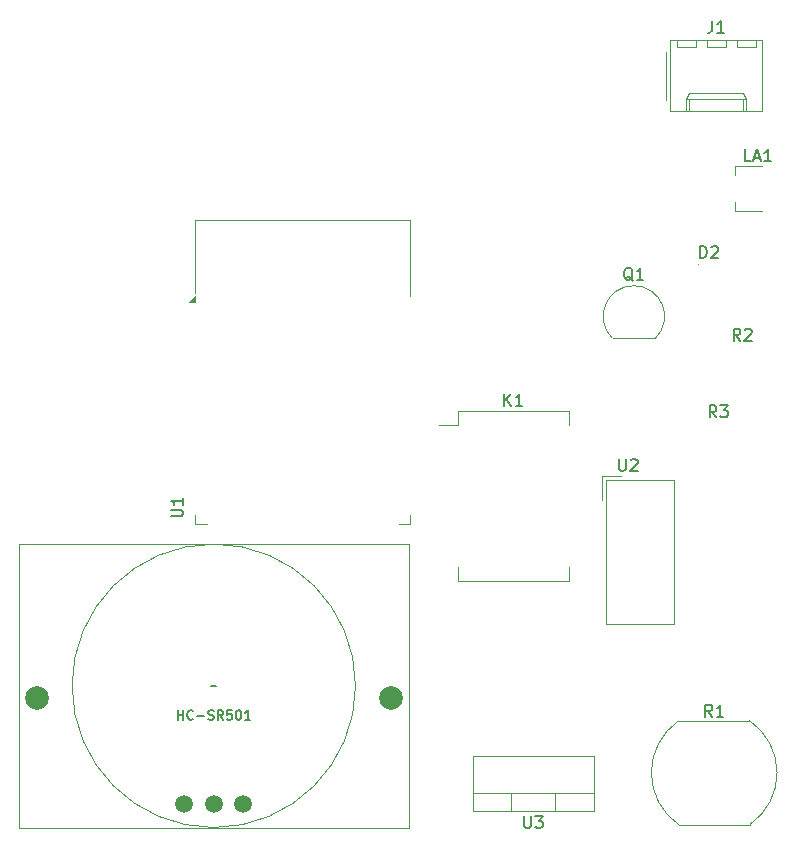
<source format=gbr>
%TF.GenerationSoftware,KiCad,Pcbnew,9.0.0*%
%TF.CreationDate,2025-04-02T21:20:57+05:30*%
%TF.ProjectId,Smart_Energy_Saving_System,536d6172-745f-4456-9e65-7267795f5361,rev?*%
%TF.SameCoordinates,Original*%
%TF.FileFunction,Legend,Top*%
%TF.FilePolarity,Positive*%
%FSLAX46Y46*%
G04 Gerber Fmt 4.6, Leading zero omitted, Abs format (unit mm)*
G04 Created by KiCad (PCBNEW 9.0.0) date 2025-04-02 21:20:57*
%MOMM*%
%LPD*%
G01*
G04 APERTURE LIST*
%ADD10C,0.150000*%
%ADD11C,0.200000*%
%ADD12C,0.120000*%
%ADD13C,0.100000*%
%ADD14C,0.010000*%
%ADD15C,2.000000*%
%ADD16C,1.500000*%
G04 APERTURE END LIST*
D10*
X126794819Y-87791904D02*
X127604342Y-87791904D01*
X127604342Y-87791904D02*
X127699580Y-87744285D01*
X127699580Y-87744285D02*
X127747200Y-87696666D01*
X127747200Y-87696666D02*
X127794819Y-87601428D01*
X127794819Y-87601428D02*
X127794819Y-87410952D01*
X127794819Y-87410952D02*
X127747200Y-87315714D01*
X127747200Y-87315714D02*
X127699580Y-87268095D01*
X127699580Y-87268095D02*
X127604342Y-87220476D01*
X127604342Y-87220476D02*
X126794819Y-87220476D01*
X127794819Y-86220476D02*
X127794819Y-86791904D01*
X127794819Y-86506190D02*
X126794819Y-86506190D01*
X126794819Y-86506190D02*
X126937676Y-86601428D01*
X126937676Y-86601428D02*
X127032914Y-86696666D01*
X127032914Y-86696666D02*
X127080533Y-86791904D01*
X164738095Y-82954819D02*
X164738095Y-83764342D01*
X164738095Y-83764342D02*
X164785714Y-83859580D01*
X164785714Y-83859580D02*
X164833333Y-83907200D01*
X164833333Y-83907200D02*
X164928571Y-83954819D01*
X164928571Y-83954819D02*
X165119047Y-83954819D01*
X165119047Y-83954819D02*
X165214285Y-83907200D01*
X165214285Y-83907200D02*
X165261904Y-83859580D01*
X165261904Y-83859580D02*
X165309523Y-83764342D01*
X165309523Y-83764342D02*
X165309523Y-82954819D01*
X165738095Y-83050057D02*
X165785714Y-83002438D01*
X165785714Y-83002438D02*
X165880952Y-82954819D01*
X165880952Y-82954819D02*
X166119047Y-82954819D01*
X166119047Y-82954819D02*
X166214285Y-83002438D01*
X166214285Y-83002438D02*
X166261904Y-83050057D01*
X166261904Y-83050057D02*
X166309523Y-83145295D01*
X166309523Y-83145295D02*
X166309523Y-83240533D01*
X166309523Y-83240533D02*
X166261904Y-83383390D01*
X166261904Y-83383390D02*
X165690476Y-83954819D01*
X165690476Y-83954819D02*
X166309523Y-83954819D01*
X155041905Y-78434819D02*
X155041905Y-77434819D01*
X155613333Y-78434819D02*
X155184762Y-77863390D01*
X155613333Y-77434819D02*
X155041905Y-78006247D01*
X156565714Y-78434819D02*
X155994286Y-78434819D01*
X156280000Y-78434819D02*
X156280000Y-77434819D01*
X156280000Y-77434819D02*
X156184762Y-77577676D01*
X156184762Y-77577676D02*
X156089524Y-77672914D01*
X156089524Y-77672914D02*
X155994286Y-77720533D01*
X172988333Y-79404819D02*
X172655000Y-78928628D01*
X172416905Y-79404819D02*
X172416905Y-78404819D01*
X172416905Y-78404819D02*
X172797857Y-78404819D01*
X172797857Y-78404819D02*
X172893095Y-78452438D01*
X172893095Y-78452438D02*
X172940714Y-78500057D01*
X172940714Y-78500057D02*
X172988333Y-78595295D01*
X172988333Y-78595295D02*
X172988333Y-78738152D01*
X172988333Y-78738152D02*
X172940714Y-78833390D01*
X172940714Y-78833390D02*
X172893095Y-78881009D01*
X172893095Y-78881009D02*
X172797857Y-78928628D01*
X172797857Y-78928628D02*
X172416905Y-78928628D01*
X173321667Y-78404819D02*
X173940714Y-78404819D01*
X173940714Y-78404819D02*
X173607381Y-78785771D01*
X173607381Y-78785771D02*
X173750238Y-78785771D01*
X173750238Y-78785771D02*
X173845476Y-78833390D01*
X173845476Y-78833390D02*
X173893095Y-78881009D01*
X173893095Y-78881009D02*
X173940714Y-78976247D01*
X173940714Y-78976247D02*
X173940714Y-79214342D01*
X173940714Y-79214342D02*
X173893095Y-79309580D01*
X173893095Y-79309580D02*
X173845476Y-79357200D01*
X173845476Y-79357200D02*
X173750238Y-79404819D01*
X173750238Y-79404819D02*
X173464524Y-79404819D01*
X173464524Y-79404819D02*
X173369286Y-79357200D01*
X173369286Y-79357200D02*
X173321667Y-79309580D01*
X175013333Y-72904819D02*
X174680000Y-72428628D01*
X174441905Y-72904819D02*
X174441905Y-71904819D01*
X174441905Y-71904819D02*
X174822857Y-71904819D01*
X174822857Y-71904819D02*
X174918095Y-71952438D01*
X174918095Y-71952438D02*
X174965714Y-72000057D01*
X174965714Y-72000057D02*
X175013333Y-72095295D01*
X175013333Y-72095295D02*
X175013333Y-72238152D01*
X175013333Y-72238152D02*
X174965714Y-72333390D01*
X174965714Y-72333390D02*
X174918095Y-72381009D01*
X174918095Y-72381009D02*
X174822857Y-72428628D01*
X174822857Y-72428628D02*
X174441905Y-72428628D01*
X175394286Y-72000057D02*
X175441905Y-71952438D01*
X175441905Y-71952438D02*
X175537143Y-71904819D01*
X175537143Y-71904819D02*
X175775238Y-71904819D01*
X175775238Y-71904819D02*
X175870476Y-71952438D01*
X175870476Y-71952438D02*
X175918095Y-72000057D01*
X175918095Y-72000057D02*
X175965714Y-72095295D01*
X175965714Y-72095295D02*
X175965714Y-72190533D01*
X175965714Y-72190533D02*
X175918095Y-72333390D01*
X175918095Y-72333390D02*
X175346667Y-72904819D01*
X175346667Y-72904819D02*
X175965714Y-72904819D01*
X172633333Y-104754819D02*
X172300000Y-104278628D01*
X172061905Y-104754819D02*
X172061905Y-103754819D01*
X172061905Y-103754819D02*
X172442857Y-103754819D01*
X172442857Y-103754819D02*
X172538095Y-103802438D01*
X172538095Y-103802438D02*
X172585714Y-103850057D01*
X172585714Y-103850057D02*
X172633333Y-103945295D01*
X172633333Y-103945295D02*
X172633333Y-104088152D01*
X172633333Y-104088152D02*
X172585714Y-104183390D01*
X172585714Y-104183390D02*
X172538095Y-104231009D01*
X172538095Y-104231009D02*
X172442857Y-104278628D01*
X172442857Y-104278628D02*
X172061905Y-104278628D01*
X173585714Y-104754819D02*
X173014286Y-104754819D01*
X173300000Y-104754819D02*
X173300000Y-103754819D01*
X173300000Y-103754819D02*
X173204762Y-103897676D01*
X173204762Y-103897676D02*
X173109524Y-103992914D01*
X173109524Y-103992914D02*
X173014286Y-104040533D01*
X156698095Y-113169819D02*
X156698095Y-113979342D01*
X156698095Y-113979342D02*
X156745714Y-114074580D01*
X156745714Y-114074580D02*
X156793333Y-114122200D01*
X156793333Y-114122200D02*
X156888571Y-114169819D01*
X156888571Y-114169819D02*
X157079047Y-114169819D01*
X157079047Y-114169819D02*
X157174285Y-114122200D01*
X157174285Y-114122200D02*
X157221904Y-114074580D01*
X157221904Y-114074580D02*
X157269523Y-113979342D01*
X157269523Y-113979342D02*
X157269523Y-113169819D01*
X157650476Y-113169819D02*
X158269523Y-113169819D01*
X158269523Y-113169819D02*
X157936190Y-113550771D01*
X157936190Y-113550771D02*
X158079047Y-113550771D01*
X158079047Y-113550771D02*
X158174285Y-113598390D01*
X158174285Y-113598390D02*
X158221904Y-113646009D01*
X158221904Y-113646009D02*
X158269523Y-113741247D01*
X158269523Y-113741247D02*
X158269523Y-113979342D01*
X158269523Y-113979342D02*
X158221904Y-114074580D01*
X158221904Y-114074580D02*
X158174285Y-114122200D01*
X158174285Y-114122200D02*
X158079047Y-114169819D01*
X158079047Y-114169819D02*
X157793333Y-114169819D01*
X157793333Y-114169819D02*
X157698095Y-114122200D01*
X157698095Y-114122200D02*
X157650476Y-114074580D01*
X171606905Y-65904819D02*
X171606905Y-64904819D01*
X171606905Y-64904819D02*
X171845000Y-64904819D01*
X171845000Y-64904819D02*
X171987857Y-64952438D01*
X171987857Y-64952438D02*
X172083095Y-65047676D01*
X172083095Y-65047676D02*
X172130714Y-65142914D01*
X172130714Y-65142914D02*
X172178333Y-65333390D01*
X172178333Y-65333390D02*
X172178333Y-65476247D01*
X172178333Y-65476247D02*
X172130714Y-65666723D01*
X172130714Y-65666723D02*
X172083095Y-65761961D01*
X172083095Y-65761961D02*
X171987857Y-65857200D01*
X171987857Y-65857200D02*
X171845000Y-65904819D01*
X171845000Y-65904819D02*
X171606905Y-65904819D01*
X172559286Y-65000057D02*
X172606905Y-64952438D01*
X172606905Y-64952438D02*
X172702143Y-64904819D01*
X172702143Y-64904819D02*
X172940238Y-64904819D01*
X172940238Y-64904819D02*
X173035476Y-64952438D01*
X173035476Y-64952438D02*
X173083095Y-65000057D01*
X173083095Y-65000057D02*
X173130714Y-65095295D01*
X173130714Y-65095295D02*
X173130714Y-65190533D01*
X173130714Y-65190533D02*
X173083095Y-65333390D01*
X173083095Y-65333390D02*
X172511667Y-65904819D01*
X172511667Y-65904819D02*
X173130714Y-65904819D01*
X172626666Y-45834819D02*
X172626666Y-46549104D01*
X172626666Y-46549104D02*
X172579047Y-46691961D01*
X172579047Y-46691961D02*
X172483809Y-46787200D01*
X172483809Y-46787200D02*
X172340952Y-46834819D01*
X172340952Y-46834819D02*
X172245714Y-46834819D01*
X173626666Y-46834819D02*
X173055238Y-46834819D01*
X173340952Y-46834819D02*
X173340952Y-45834819D01*
X173340952Y-45834819D02*
X173245714Y-45977676D01*
X173245714Y-45977676D02*
X173150476Y-46072914D01*
X173150476Y-46072914D02*
X173055238Y-46120533D01*
X175904761Y-57704819D02*
X175428571Y-57704819D01*
X175428571Y-57704819D02*
X175428571Y-56704819D01*
X176190476Y-57419104D02*
X176666666Y-57419104D01*
X176095238Y-57704819D02*
X176428571Y-56704819D01*
X176428571Y-56704819D02*
X176761904Y-57704819D01*
X177619047Y-57704819D02*
X177047619Y-57704819D01*
X177333333Y-57704819D02*
X177333333Y-56704819D01*
X177333333Y-56704819D02*
X177238095Y-56847676D01*
X177238095Y-56847676D02*
X177142857Y-56942914D01*
X177142857Y-56942914D02*
X177047619Y-56990533D01*
X165904761Y-67850057D02*
X165809523Y-67802438D01*
X165809523Y-67802438D02*
X165714285Y-67707200D01*
X165714285Y-67707200D02*
X165571428Y-67564342D01*
X165571428Y-67564342D02*
X165476190Y-67516723D01*
X165476190Y-67516723D02*
X165380952Y-67516723D01*
X165428571Y-67754819D02*
X165333333Y-67707200D01*
X165333333Y-67707200D02*
X165238095Y-67611961D01*
X165238095Y-67611961D02*
X165190476Y-67421485D01*
X165190476Y-67421485D02*
X165190476Y-67088152D01*
X165190476Y-67088152D02*
X165238095Y-66897676D01*
X165238095Y-66897676D02*
X165333333Y-66802438D01*
X165333333Y-66802438D02*
X165428571Y-66754819D01*
X165428571Y-66754819D02*
X165619047Y-66754819D01*
X165619047Y-66754819D02*
X165714285Y-66802438D01*
X165714285Y-66802438D02*
X165809523Y-66897676D01*
X165809523Y-66897676D02*
X165857142Y-67088152D01*
X165857142Y-67088152D02*
X165857142Y-67421485D01*
X165857142Y-67421485D02*
X165809523Y-67611961D01*
X165809523Y-67611961D02*
X165714285Y-67707200D01*
X165714285Y-67707200D02*
X165619047Y-67754819D01*
X165619047Y-67754819D02*
X165428571Y-67754819D01*
X166809523Y-67754819D02*
X166238095Y-67754819D01*
X166523809Y-67754819D02*
X166523809Y-66754819D01*
X166523809Y-66754819D02*
X166428571Y-66897676D01*
X166428571Y-66897676D02*
X166333333Y-66992914D01*
X166333333Y-66992914D02*
X166238095Y-67040533D01*
D11*
X127382381Y-104999695D02*
X127382381Y-104199695D01*
X127382381Y-104580647D02*
X127839524Y-104580647D01*
X127839524Y-104999695D02*
X127839524Y-104199695D01*
X128677619Y-104923504D02*
X128639523Y-104961600D01*
X128639523Y-104961600D02*
X128525238Y-104999695D01*
X128525238Y-104999695D02*
X128449047Y-104999695D01*
X128449047Y-104999695D02*
X128334761Y-104961600D01*
X128334761Y-104961600D02*
X128258571Y-104885409D01*
X128258571Y-104885409D02*
X128220476Y-104809219D01*
X128220476Y-104809219D02*
X128182380Y-104656838D01*
X128182380Y-104656838D02*
X128182380Y-104542552D01*
X128182380Y-104542552D02*
X128220476Y-104390171D01*
X128220476Y-104390171D02*
X128258571Y-104313980D01*
X128258571Y-104313980D02*
X128334761Y-104237790D01*
X128334761Y-104237790D02*
X128449047Y-104199695D01*
X128449047Y-104199695D02*
X128525238Y-104199695D01*
X128525238Y-104199695D02*
X128639523Y-104237790D01*
X128639523Y-104237790D02*
X128677619Y-104275885D01*
X129020476Y-104694933D02*
X129630000Y-104694933D01*
X129972856Y-104961600D02*
X130087142Y-104999695D01*
X130087142Y-104999695D02*
X130277618Y-104999695D01*
X130277618Y-104999695D02*
X130353809Y-104961600D01*
X130353809Y-104961600D02*
X130391904Y-104923504D01*
X130391904Y-104923504D02*
X130429999Y-104847314D01*
X130429999Y-104847314D02*
X130429999Y-104771123D01*
X130429999Y-104771123D02*
X130391904Y-104694933D01*
X130391904Y-104694933D02*
X130353809Y-104656838D01*
X130353809Y-104656838D02*
X130277618Y-104618742D01*
X130277618Y-104618742D02*
X130125237Y-104580647D01*
X130125237Y-104580647D02*
X130049047Y-104542552D01*
X130049047Y-104542552D02*
X130010952Y-104504457D01*
X130010952Y-104504457D02*
X129972856Y-104428266D01*
X129972856Y-104428266D02*
X129972856Y-104352076D01*
X129972856Y-104352076D02*
X130010952Y-104275885D01*
X130010952Y-104275885D02*
X130049047Y-104237790D01*
X130049047Y-104237790D02*
X130125237Y-104199695D01*
X130125237Y-104199695D02*
X130315714Y-104199695D01*
X130315714Y-104199695D02*
X130429999Y-104237790D01*
X131230000Y-104999695D02*
X130963333Y-104618742D01*
X130772857Y-104999695D02*
X130772857Y-104199695D01*
X130772857Y-104199695D02*
X131077619Y-104199695D01*
X131077619Y-104199695D02*
X131153809Y-104237790D01*
X131153809Y-104237790D02*
X131191904Y-104275885D01*
X131191904Y-104275885D02*
X131230000Y-104352076D01*
X131230000Y-104352076D02*
X131230000Y-104466361D01*
X131230000Y-104466361D02*
X131191904Y-104542552D01*
X131191904Y-104542552D02*
X131153809Y-104580647D01*
X131153809Y-104580647D02*
X131077619Y-104618742D01*
X131077619Y-104618742D02*
X130772857Y-104618742D01*
X131953809Y-104199695D02*
X131572857Y-104199695D01*
X131572857Y-104199695D02*
X131534761Y-104580647D01*
X131534761Y-104580647D02*
X131572857Y-104542552D01*
X131572857Y-104542552D02*
X131649047Y-104504457D01*
X131649047Y-104504457D02*
X131839523Y-104504457D01*
X131839523Y-104504457D02*
X131915714Y-104542552D01*
X131915714Y-104542552D02*
X131953809Y-104580647D01*
X131953809Y-104580647D02*
X131991904Y-104656838D01*
X131991904Y-104656838D02*
X131991904Y-104847314D01*
X131991904Y-104847314D02*
X131953809Y-104923504D01*
X131953809Y-104923504D02*
X131915714Y-104961600D01*
X131915714Y-104961600D02*
X131839523Y-104999695D01*
X131839523Y-104999695D02*
X131649047Y-104999695D01*
X131649047Y-104999695D02*
X131572857Y-104961600D01*
X131572857Y-104961600D02*
X131534761Y-104923504D01*
X132487143Y-104199695D02*
X132563333Y-104199695D01*
X132563333Y-104199695D02*
X132639524Y-104237790D01*
X132639524Y-104237790D02*
X132677619Y-104275885D01*
X132677619Y-104275885D02*
X132715714Y-104352076D01*
X132715714Y-104352076D02*
X132753809Y-104504457D01*
X132753809Y-104504457D02*
X132753809Y-104694933D01*
X132753809Y-104694933D02*
X132715714Y-104847314D01*
X132715714Y-104847314D02*
X132677619Y-104923504D01*
X132677619Y-104923504D02*
X132639524Y-104961600D01*
X132639524Y-104961600D02*
X132563333Y-104999695D01*
X132563333Y-104999695D02*
X132487143Y-104999695D01*
X132487143Y-104999695D02*
X132410952Y-104961600D01*
X132410952Y-104961600D02*
X132372857Y-104923504D01*
X132372857Y-104923504D02*
X132334762Y-104847314D01*
X132334762Y-104847314D02*
X132296666Y-104694933D01*
X132296666Y-104694933D02*
X132296666Y-104504457D01*
X132296666Y-104504457D02*
X132334762Y-104352076D01*
X132334762Y-104352076D02*
X132372857Y-104275885D01*
X132372857Y-104275885D02*
X132410952Y-104237790D01*
X132410952Y-104237790D02*
X132487143Y-104199695D01*
X133515714Y-104999695D02*
X133058571Y-104999695D01*
X133287143Y-104999695D02*
X133287143Y-104199695D01*
X133287143Y-104199695D02*
X133210952Y-104313980D01*
X133210952Y-104313980D02*
X133134762Y-104390171D01*
X133134762Y-104390171D02*
X133058571Y-104428266D01*
X130220476Y-102194933D02*
X130258571Y-102156838D01*
X130258571Y-102156838D02*
X130334762Y-102118742D01*
X130334762Y-102118742D02*
X130487143Y-102194933D01*
X130487143Y-102194933D02*
X130563333Y-102156838D01*
X130563333Y-102156838D02*
X130601428Y-102118742D01*
D12*
%TO.C,U1*%
X128825000Y-69625000D02*
X128325000Y-69625000D01*
X128825000Y-69125000D01*
X128825000Y-69625000D01*
G36*
X128825000Y-69625000D02*
G01*
X128325000Y-69625000D01*
X128825000Y-69125000D01*
X128825000Y-69625000D01*
G37*
X147070000Y-88480000D02*
X146070000Y-88480000D01*
X147070000Y-87700000D02*
X147070000Y-88480000D01*
X147070000Y-62740000D02*
X147070000Y-69155000D01*
X128830000Y-88480000D02*
X129830000Y-88480000D01*
X128830000Y-87700000D02*
X128830000Y-88480000D01*
X128830000Y-62740000D02*
X147070000Y-62740000D01*
X128830000Y-62740000D02*
X128830000Y-68900000D01*
%TO.C,U2*%
X163340000Y-84400000D02*
X163340000Y-86400000D01*
X163340000Y-84400000D02*
X164950000Y-84400000D01*
X163620000Y-96940000D02*
X163620000Y-84690000D01*
X163630000Y-84680000D02*
X169370000Y-84680000D01*
X169380000Y-84680000D02*
X169380000Y-96940000D01*
X169380000Y-96940000D02*
X163620000Y-96940000D01*
%TO.C,K1*%
X151080000Y-78880000D02*
X151080000Y-80080000D01*
X151080000Y-78880000D02*
X160480000Y-78880000D01*
X151080000Y-80080000D02*
X149480000Y-80080000D01*
X151080000Y-93280000D02*
X151080000Y-92080000D01*
X160480000Y-78880000D02*
X160480000Y-80080000D01*
X160480000Y-93280000D02*
X151080000Y-93280000D01*
X160480000Y-93280000D02*
X160480000Y-92080000D01*
%TO.C,R1*%
X169800000Y-105100000D02*
X175800000Y-105100000D01*
X169800000Y-113900000D02*
X175800000Y-113900000D01*
X169800000Y-113900000D02*
G75*
G02*
X169767350Y-105122440I3000000J4400000D01*
G01*
X175800000Y-105100000D02*
G75*
G02*
X175832650Y-113877560I-3000000J-4400000D01*
G01*
%TO.C,U3*%
X152340000Y-112715000D02*
X152340000Y-108074000D01*
X155609000Y-112715000D02*
X155609000Y-111205000D01*
X159310000Y-112715000D02*
X159310000Y-111205000D01*
X162580000Y-108074000D02*
X152340000Y-108074000D01*
X162580000Y-111205000D02*
X152340000Y-111205000D01*
X162580000Y-112715000D02*
X152340000Y-112715000D01*
X162580000Y-112715000D02*
X162580000Y-108074000D01*
D13*
%TO.C,D2*%
X171535000Y-66500000D02*
G75*
G02*
X171435000Y-66500000I-50000J0D01*
G01*
X171435000Y-66500000D02*
G75*
G02*
X171535000Y-66500000I50000J0D01*
G01*
D12*
%TO.C,J1*%
X168750000Y-48500000D02*
X168750000Y-52500000D01*
X169040000Y-47470000D02*
X169040000Y-53490000D01*
X169040000Y-53490000D02*
X176880000Y-53490000D01*
X169620000Y-47470000D02*
X169620000Y-48070000D01*
X169620000Y-48070000D02*
X171220000Y-48070000D01*
X170420000Y-52490000D02*
X170670000Y-51960000D01*
X170420000Y-52490000D02*
X175500000Y-52490000D01*
X170420000Y-53490000D02*
X170420000Y-52490000D01*
X170670000Y-51960000D02*
X175250000Y-51960000D01*
X170670000Y-53490000D02*
X170670000Y-52490000D01*
X171220000Y-48070000D02*
X171220000Y-47470000D01*
X172160000Y-47470000D02*
X172160000Y-48070000D01*
X172160000Y-48070000D02*
X173760000Y-48070000D01*
X173760000Y-48070000D02*
X173760000Y-47470000D01*
X174700000Y-47470000D02*
X174700000Y-48070000D01*
X174700000Y-48070000D02*
X176300000Y-48070000D01*
X175250000Y-51960000D02*
X175500000Y-52490000D01*
X175250000Y-53490000D02*
X175250000Y-52490000D01*
X175500000Y-52490000D02*
X175500000Y-53490000D01*
X176300000Y-48070000D02*
X176300000Y-47470000D01*
X176880000Y-47470000D02*
X169040000Y-47470000D01*
X176880000Y-53490000D02*
X176880000Y-47470000D01*
%TO.C,LA1*%
X174600000Y-58100000D02*
X174600000Y-58850000D01*
X174600000Y-61900000D02*
X174600000Y-61150000D01*
X176850000Y-58100000D02*
X174600000Y-58100000D01*
X176850000Y-61900000D02*
X174600000Y-61900000D01*
%TO.C,Q1*%
X164200000Y-72710000D02*
X167800000Y-72710000D01*
X164161522Y-72698478D02*
G75*
G02*
X166000000Y-68259999I1838478J1838478D01*
G01*
X166000000Y-68260000D02*
G75*
G02*
X167838478Y-72698478I0J-2600000D01*
G01*
D14*
%TO.C,HC-SR501*%
X113930000Y-90140000D02*
X146930000Y-90140000D01*
X113930000Y-114140000D02*
X113930000Y-90140000D01*
X146930000Y-90140000D02*
X146930000Y-114140000D01*
X146930000Y-114140000D02*
X113930000Y-114140000D01*
X142430000Y-102140000D02*
G75*
G02*
X118430000Y-102140000I-12000000J0D01*
G01*
X118430000Y-102140000D02*
G75*
G02*
X142430000Y-102140000I12000000J0D01*
G01*
%TD*%
D15*
%TO.C,HC-SR501*%
X115430000Y-103140000D03*
X145430000Y-103140000D03*
D16*
X127930000Y-112140000D03*
X130430000Y-112140000D03*
X132930000Y-112140000D03*
%TD*%
M02*

</source>
